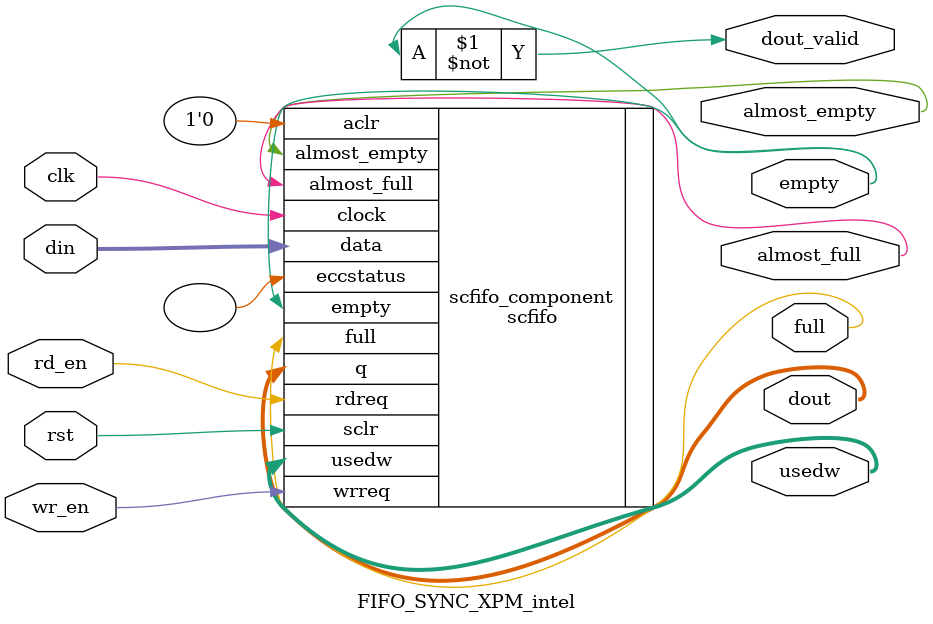
<source format=v>

module FIFO_SYNC_XPM_intel #(
    parameter integer DATA_WIDTH = 64,
	parameter integer NUMWORDS =256,
	parameter integer ALMOST_FULL_VALUE=NUMWORDS-4,
	parameter integer ALMOST_EMPTY_VALUE=4
    )
	(
		input  wire [DATA_WIDTH-1:0] din,         //  fifo_input.datain
		input  wire        wr_en,        //            .wrreq
		input  wire        rd_en,        //            .rdreq
		input  wire        clk,        //            .clk
		input  wire        rst,         //            .sclr
        output wire [$clog2(NUMWORDS)-1:0]  usedw,        //            .usedw
		output wire [DATA_WIDTH-1:0] dout,            // fifo_output.dataout
		output wire        full,         //            .full
		output wire        empty,        //            .empty
        output wire        almost_full,  //            .almost_full
		output wire        almost_empty,  //            .almost_empty
		output wire        dout_valid
	);
 localparam   USEDWS_WIDTH=$clog2(NUMWORDS);   
assign dout_valid = ~empty;
    
 scfifo  scfifo_component (
                .clock (clk),
                .data (din),
                .rdreq (rd_en),
                .sclr (rst),
                .wrreq (wr_en),
                .almost_empty (almost_empty),
                .almost_full (almost_full),
                .empty (empty),
                .full (full),
                .q (dout),
                .usedw (usedw),
                .aclr (1'b0),
                .eccstatus ());
    defparam
        scfifo_component.add_ram_output_register  = "OFF",
        scfifo_component.almost_empty_value  = ALMOST_EMPTY_VALUE,
        scfifo_component.almost_full_value  = ALMOST_FULL_VALUE,
        scfifo_component.enable_ecc  = "FALSE",
        scfifo_component.intended_device_family  = "Agilex",
        scfifo_component.lpm_hint  = "RAM_BLOCK_TYPE=AUTO",
        scfifo_component.lpm_numwords  = NUMWORDS,
        scfifo_component.lpm_showahead  = "ON",
        scfifo_component.lpm_type  = "scfifo",
        scfifo_component.lpm_width  = DATA_WIDTH,
        scfifo_component.lpm_widthu  = USEDWS_WIDTH,
        scfifo_component.overflow_checking  = "ON",
        scfifo_component.underflow_checking  = "ON",
        scfifo_component.use_eab  = "ON";
endmodule

</source>
